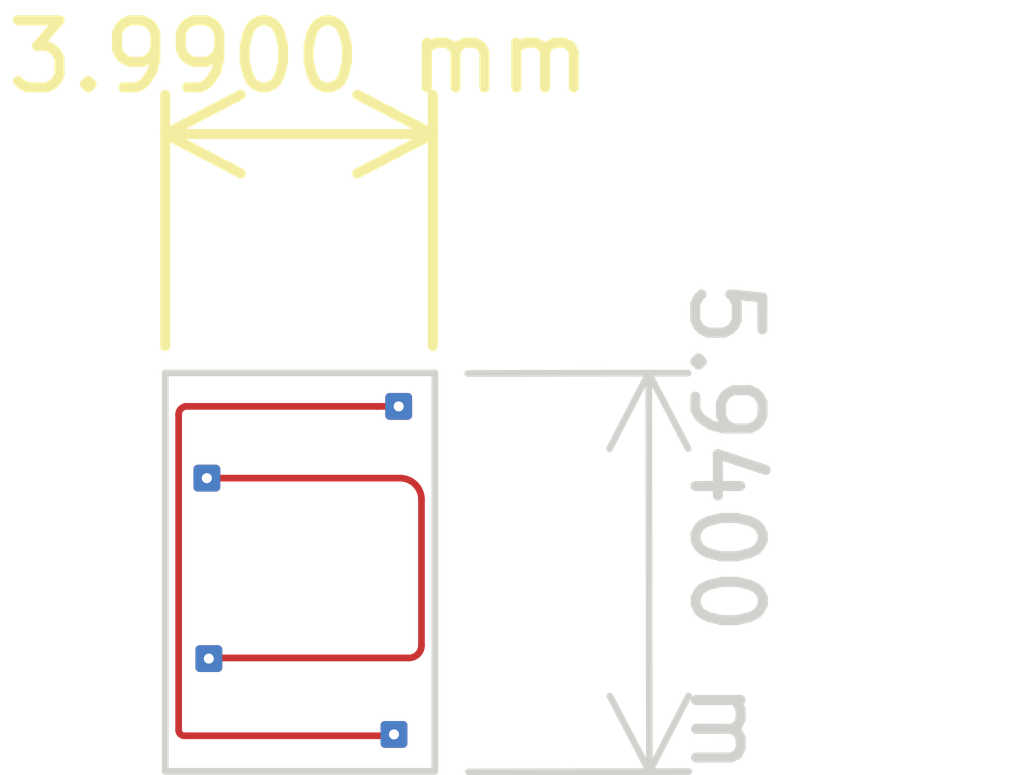
<source format=kicad_pcb>
(kicad_pcb (version 20221018) (generator pcbnew)
  (layers (0 "F.Cu" signal) (31 "B.Cu" signal) (34 "B.Paste" user) (35 "F.Paste" user) (36 "B.SilkS" user "B.Silkscreen") (37 "F.SilkS" user "F.Silkscreen") (38 "B.Mask" user) (39 "F.Mask" user) (44 "Edge.Cuts" user))
  (net 0 "")
  (footprint "nerve_cuff_pad:solder_wire_pad" (layer "F.Cu") (at 103.37 70.21)
    (fp_text reference "REF**" hide)
    (fp_text value "solder_wire_pad" hide)
    (pad "1" thru_hole roundrect (at 0 0) (size 0.4 0.4) (drill 0.15) (layers "*.Cu" "*.Mask") (roundrect_rratio 0.15625))
  )
  (footprint "nerve_cuff_pad:solder_wire_pad" (layer "F.Cu") (at 103.44 65.32)
    (fp_text reference "REF**" hide)
    (fp_text value "solder_wire_pad" hide)
    (pad "1" thru_hole roundrect (at 0 0) (size 0.4 0.4) (drill 0.15) (layers "*.Cu" "*.Mask") (roundrect_rratio 0.15625))
  )
  (footprint "nerve_cuff_pad:solder_wire_pad" (layer "F.Cu") (at 100.58 66.39)
    (fp_text reference "REF**" hide)
    (fp_text value "solder_wire_pad" hide)
    (pad "1" thru_hole roundrect (at 0 0) (size 0.4 0.4) (drill 0.15) (layers "*.Cu" "*.Mask") (roundrect_rratio 0.15625))
  )
  (footprint "nerve_cuff_pad:solder_wire_pad" (layer "F.Cu") (at 100.61 69.08)
    (fp_text reference "REF**" hide)
    (fp_text value "solder_wire_pad" hide)
    (pad "1" thru_hole roundrect (at 0 0) (size 0.4 0.4) (drill 0.15) (layers "*.Cu" "*.Mask") (roundrect_rratio 0.15625))
  )
  (gr_line (start 103.98 70.76) (end 103.98 64.82) (stroke (width 0.1)) (layer "Edge.Cuts"))
  (gr_line (start 103.98 64.82) (end 99.96 64.82) (stroke (width 0.1)) (layer "Edge.Cuts"))
  (gr_line (start 99.96 64.82) (end 99.96 70.76) (stroke (width 0.1)) (layer "Edge.Cuts"))
  (gr_line (start 99.96 70.76) (end 103.98 70.76) (stroke (width 0.1)) (layer "Edge.Cuts"))
  (dimension (type aligned) (layer "F.SilkS") (pts (xy 99.96 64.92) (xy 103.95 64.92)) (height -3.66) (gr_text "3.9900 mm" (at 101.955 60.11) (layer "F.SilkS") (effects (font (size 1 1) (thickness 0.15)))) (format (prefix "") (suffix "") (units 3) (units_format 1) (precision 4)) (style (thickness 0.15) (arrow_length 1.27) (text_position_mode 0) (extension_height 0.58642) (extension_offset 0.5) keep_text_aligned))
  (dimension (type aligned) (layer "Edge.Cuts") (pts (xy 103.97 64.83) (xy 103.98 70.77)) (height -3.197611) (gr_text "5.9400 mm" (at 108.322604 67.792681 270.0964575) (layer "Edge.Cuts") (effects (font (size 1 1) (thickness 0.15)))) (format (prefix "") (suffix "") (units 3) (units_format 1) (precision 4)) (style (thickness 0.1) (arrow_length 1.27) (text_position_mode 0) (extension_height 0.58642) (extension_offset 0.5) keep_text_aligned))
  (segment (start 100.245355 70.23) (end 103.51 70.23) (width 0.1) (layer "F.Cu") (net 0))
  (segment (start 100.256529 65.32) (end 100.255861 65.320668) (width 0.1) (layer "F.Cu") (net 0))
  (segment (start 103.78 68.882218) (end 103.78 66.708293) (width 0.1) (layer "F.Cu") (net 0))
  (segment (start 103.121336 65.32) (end 100.256529 65.32) (width 0.1) (layer "F.Cu") (net 0))
  (segment (start 100.16 65.439497) (end 100.16 70.144644) (width 0.1) (layer "F.Cu") (net 0))
  (segment (start 103.592218 69.07) (end 100.59 69.07) (width 0.1) (layer "F.Cu") (net 0))
  (segment (start 103.121336 65.32) (end 103.44 65.32) (width 0.1) (layer "F.Cu") (net 0))
  (segment (start 103.120668 65.320668) (end 103.121336 65.32) (width 0.1) (layer "F.Cu") (net 0))
  (segment (start 103.461706 66.39) (end 100.58 66.39) (width 0.1) (layer "F.Cu") (net 0))
  (arc (start 103.78 68.882218) (mid 103.765705 68.954079) (end 103.725 69.015) (width 0.1) (layer "F.Cu") (net 0))
  (arc (start 103.686774 66.483226) (mid 103.583512 66.414228) (end 103.461706 66.39) (width 0.1) (layer "F.Cu") (net 0))
  (arc (start 100.195 65.355) (mid 100.169096 65.393767) (end 100.16 65.439497) (width 0.1) (layer "F.Cu") (net 0))
  (arc (start 103.725 69.015) (mid 103.664079 69.055705) (end 103.592218 69.07) (width 0.1) (layer "F.Cu") (net 0))
  (arc (start 100.16 70.144644) (mid 100.166497 70.177308) (end 100.185 70.205) (width 0.1) (layer "F.Cu") (net 0))
  (arc (start 103.686774 66.483226) (mid 103.755771 66.586487) (end 103.78 66.708293) (width 0.1) (layer "F.Cu") (net 0))
  (arc (start 100.185 70.205) (mid 100.212691 70.223508) (end 100.245355 70.23) (width 0.1) (layer "F.Cu") (net 0))
  (arc (start 100.255861 65.320668) (mid 100.223167 65.33411) (end 100.195 65.355) (width 0.1) (layer "F.Cu") (net 0))
)
</source>
